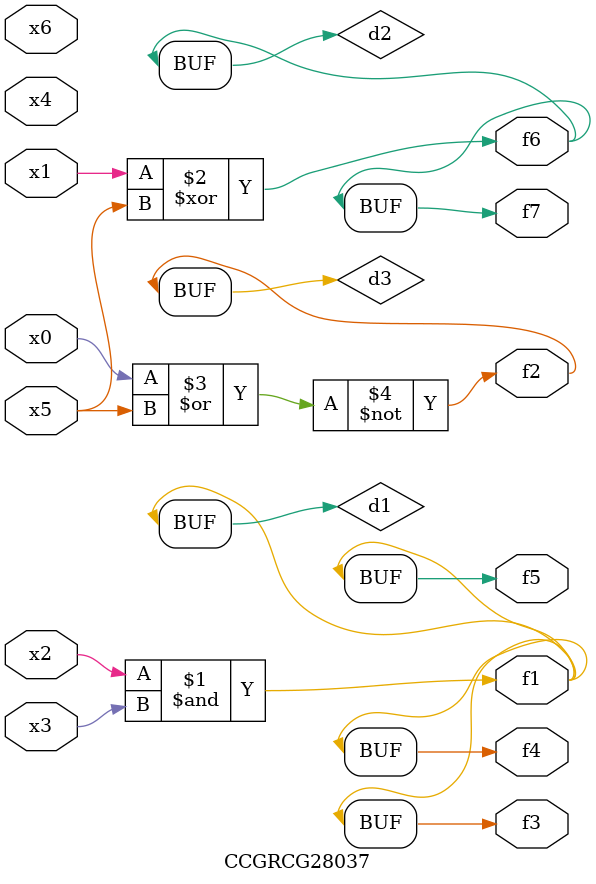
<source format=v>
module CCGRCG28037(
	input x0, x1, x2, x3, x4, x5, x6,
	output f1, f2, f3, f4, f5, f6, f7
);

	wire d1, d2, d3;

	and (d1, x2, x3);
	xor (d2, x1, x5);
	nor (d3, x0, x5);
	assign f1 = d1;
	assign f2 = d3;
	assign f3 = d1;
	assign f4 = d1;
	assign f5 = d1;
	assign f6 = d2;
	assign f7 = d2;
endmodule

</source>
